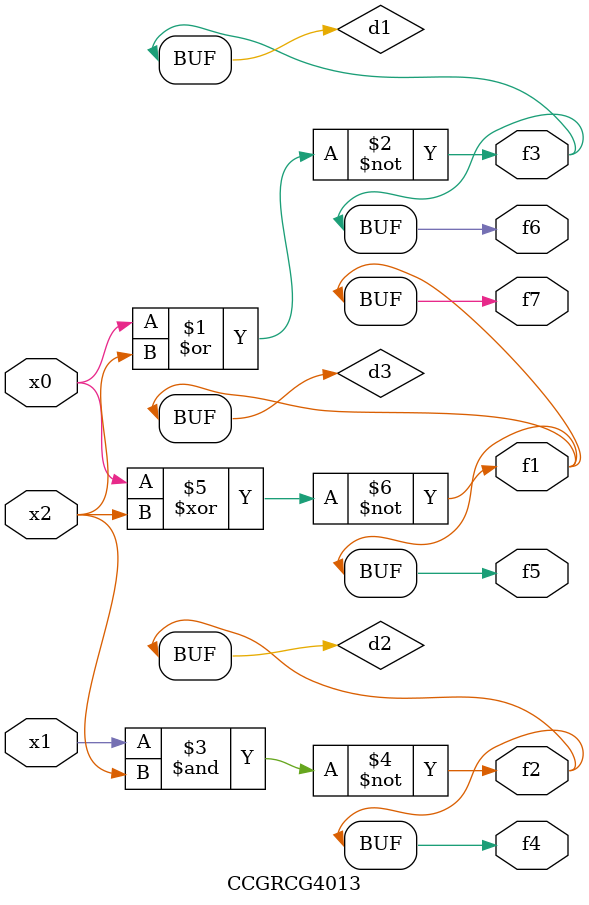
<source format=v>
module CCGRCG4013(
	input x0, x1, x2,
	output f1, f2, f3, f4, f5, f6, f7
);

	wire d1, d2, d3;

	nor (d1, x0, x2);
	nand (d2, x1, x2);
	xnor (d3, x0, x2);
	assign f1 = d3;
	assign f2 = d2;
	assign f3 = d1;
	assign f4 = d2;
	assign f5 = d3;
	assign f6 = d1;
	assign f7 = d3;
endmodule

</source>
